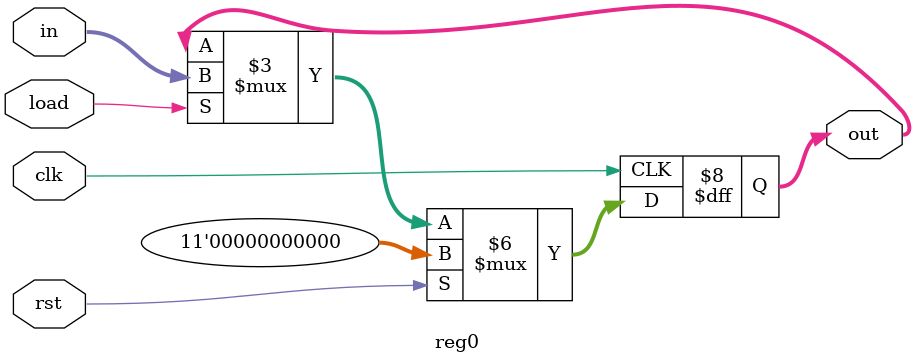
<source format=v>
`timescale 1ns / 1ps


module reg0( output reg [10:0] out,
             input[10:0] in,
             input load, clk, rst );
             
    always@(posedge clk)
    if(rst) out<=0;
    else if(load) out<=in;
         else  out<=out;
    
    
endmodule

</source>
